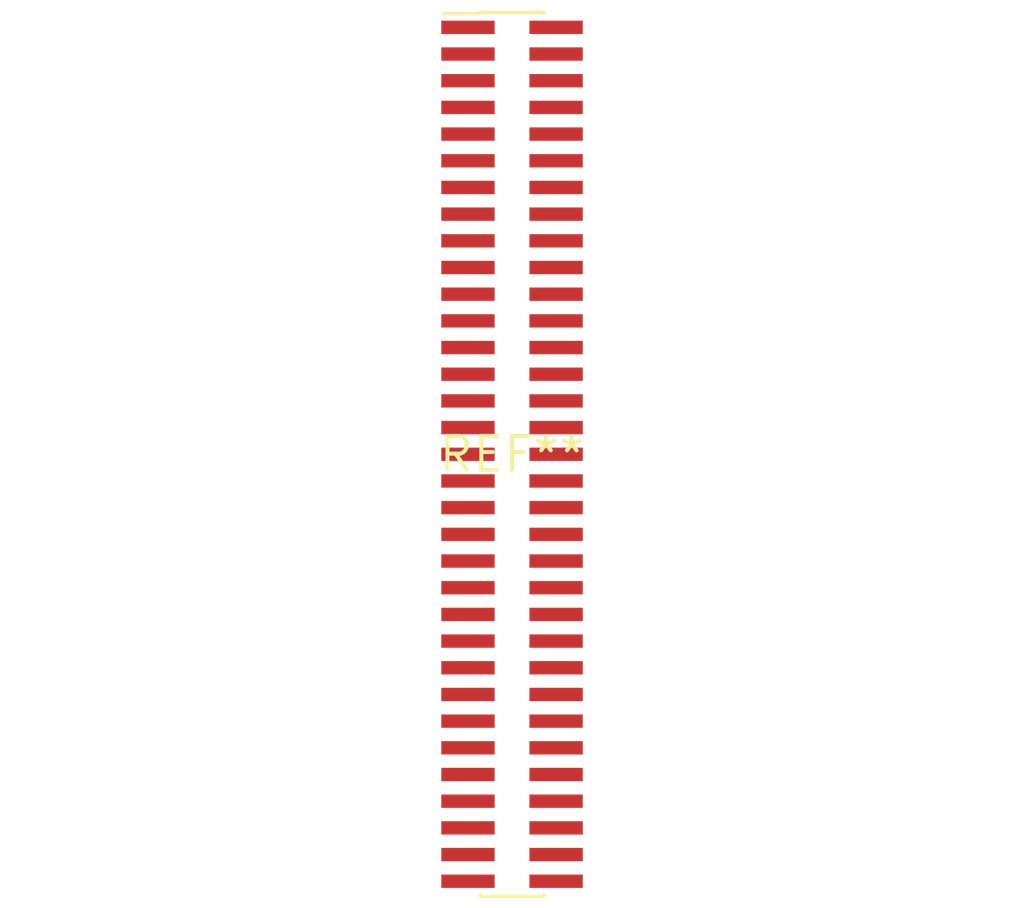
<source format=kicad_pcb>
(kicad_pcb (version 20240108) (generator pcbnew)
  (layers (0 "F.Cu" signal) (31 "B.Cu" signal) (34 "B.Paste" user) (35 "F.Paste" user) (36 "B.SilkS" user "B.Silkscreen") (37 "F.SilkS" user "F.Silkscreen") (38 "B.Mask" user) (39 "F.Mask" user) (44 "Edge.Cuts" user))
  (net 0 "")
  (footprint "PinHeader_2x33_P1.00mm_Vertical_SMD" (layer "F.Cu") (at 0 0)
    (property "Reference" "REF**")
    (property "Value" "PinHeader_2x33_P1.00mm_Vertical_SMD")
    (fp_line (start -2.59 -16.51) (end -1.21 -16.51) (layer "F.SilkS") (stroke (width 0.12)))
    (fp_line (start -1.21 -16.56) (end -1.21 -16.51) (layer "F.SilkS") (stroke (width 0.12)))
    (fp_line (start -1.21 -16.56) (end 1.21 -16.56) (layer "F.SilkS") (stroke (width 0.12)))
    (fp_line (start -1.21 16.51) (end -1.21 16.56) (layer "F.SilkS") (stroke (width 0.12)))
    (fp_line (start -1.21 16.56) (end 1.21 16.56) (layer "F.SilkS") (stroke (width 0.12)))
    (fp_line (start 1.21 -16.56) (end 1.21 -16.51) (layer "F.SilkS") (stroke (width 0.12)))
    (fp_line (start 1.21 16.51) (end 1.21 16.56) (layer "F.SilkS") (stroke (width 0.12)))
    (pad "1" smd rect (at -1.65 -16) (size 2 0.5) (layers "F.Cu" "F.Paste" "F.Mask"))
    (pad "2" smd rect (at 1.65 -16) (size 2 0.5) (layers "F.Cu" "F.Paste" "F.Mask"))
    (pad "3" smd rect (at -1.65 -15) (size 2 0.5) (layers "F.Cu" "F.Paste" "F.Mask"))
    (pad "4" smd rect (at 1.65 -15) (size 2 0.5) (layers "F.Cu" "F.Paste" "F.Mask"))
    (pad "5" smd rect (at -1.65 -14) (size 2 0.5) (layers "F.Cu" "F.Paste" "F.Mask"))
    (pad "6" smd rect (at 1.65 -14) (size 2 0.5) (layers "F.Cu" "F.Paste" "F.Mask"))
    (pad "7" smd rect (at -1.65 -13) (size 2 0.5) (layers "F.Cu" "F.Paste" "F.Mask"))
    (pad "8" smd rect (at 1.65 -13) (size 2 0.5) (layers "F.Cu" "F.Paste" "F.Mask"))
    (pad "9" smd rect (at -1.65 -12) (size 2 0.5) (layers "F.Cu" "F.Paste" "F.Mask"))
    (pad "10" smd rect (at 1.65 -12) (size 2 0.5) (layers "F.Cu" "F.Paste" "F.Mask"))
    (pad "11" smd rect (at -1.65 -11) (size 2 0.5) (layers "F.Cu" "F.Paste" "F.Mask"))
    (pad "12" smd rect (at 1.65 -11) (size 2 0.5) (layers "F.Cu" "F.Paste" "F.Mask"))
    (pad "13" smd rect (at -1.65 -10) (size 2 0.5) (layers "F.Cu" "F.Paste" "F.Mask"))
    (pad "14" smd rect (at 1.65 -10) (size 2 0.5) (layers "F.Cu" "F.Paste" "F.Mask"))
    (pad "15" smd rect (at -1.65 -9) (size 2 0.5) (layers "F.Cu" "F.Paste" "F.Mask"))
    (pad "16" smd rect (at 1.65 -9) (size 2 0.5) (layers "F.Cu" "F.Paste" "F.Mask"))
    (pad "17" smd rect (at -1.65 -8) (size 2 0.5) (layers "F.Cu" "F.Paste" "F.Mask"))
    (pad "18" smd rect (at 1.65 -8) (size 2 0.5) (layers "F.Cu" "F.Paste" "F.Mask"))
    (pad "19" smd rect (at -1.65 -7) (size 2 0.5) (layers "F.Cu" "F.Paste" "F.Mask"))
    (pad "20" smd rect (at 1.65 -7) (size 2 0.5) (layers "F.Cu" "F.Paste" "F.Mask"))
    (pad "21" smd rect (at -1.65 -6) (size 2 0.5) (layers "F.Cu" "F.Paste" "F.Mask"))
    (pad "22" smd rect (at 1.65 -6) (size 2 0.5) (layers "F.Cu" "F.Paste" "F.Mask"))
    (pad "23" smd rect (at -1.65 -5) (size 2 0.5) (layers "F.Cu" "F.Paste" "F.Mask"))
    (pad "24" smd rect (at 1.65 -5) (size 2 0.5) (layers "F.Cu" "F.Paste" "F.Mask"))
    (pad "25" smd rect (at -1.65 -4) (size 2 0.5) (layers "F.Cu" "F.Paste" "F.Mask"))
    (pad "26" smd rect (at 1.65 -4) (size 2 0.5) (layers "F.Cu" "F.Paste" "F.Mask"))
    (pad "27" smd rect (at -1.65 -3) (size 2 0.5) (layers "F.Cu" "F.Paste" "F.Mask"))
    (pad "28" smd rect (at 1.65 -3) (size 2 0.5) (layers "F.Cu" "F.Paste" "F.Mask"))
    (pad "29" smd rect (at -1.65 -2) (size 2 0.5) (layers "F.Cu" "F.Paste" "F.Mask"))
    (pad "30" smd rect (at 1.65 -2) (size 2 0.5) (layers "F.Cu" "F.Paste" "F.Mask"))
    (pad "31" smd rect (at -1.65 -1) (size 2 0.5) (layers "F.Cu" "F.Paste" "F.Mask"))
    (pad "32" smd rect (at 1.65 -1) (size 2 0.5) (layers "F.Cu" "F.Paste" "F.Mask"))
    (pad "33" smd rect (at -1.65 0) (size 2 0.5) (layers "F.Cu" "F.Paste" "F.Mask"))
    (pad "34" smd rect (at 1.65 0) (size 2 0.5) (layers "F.Cu" "F.Paste" "F.Mask"))
    (pad "35" smd rect (at -1.65 1) (size 2 0.5) (layers "F.Cu" "F.Paste" "F.Mask"))
    (pad "36" smd rect (at 1.65 1) (size 2 0.5) (layers "F.Cu" "F.Paste" "F.Mask"))
    (pad "37" smd rect (at -1.65 2) (size 2 0.5) (layers "F.Cu" "F.Paste" "F.Mask"))
    (pad "38" smd rect (at 1.65 2) (size 2 0.5) (layers "F.Cu" "F.Paste" "F.Mask"))
    (pad "39" smd rect (at -1.65 3) (size 2 0.5) (layers "F.Cu" "F.Paste" "F.Mask"))
    (pad "40" smd rect (at 1.65 3) (size 2 0.5) (layers "F.Cu" "F.Paste" "F.Mask"))
    (pad "41" smd rect (at -1.65 4) (size 2 0.5) (layers "F.Cu" "F.Paste" "F.Mask"))
    (pad "42" smd rect (at 1.65 4) (size 2 0.5) (layers "F.Cu" "F.Paste" "F.Mask"))
    (pad "43" smd rect (at -1.65 5) (size 2 0.5) (layers "F.Cu" "F.Paste" "F.Mask"))
    (pad "44" smd rect (at 1.65 5) (size 2 0.5) (layers "F.Cu" "F.Paste" "F.Mask"))
    (pad "45" smd rect (at -1.65 6) (size 2 0.5) (layers "F.Cu" "F.Paste" "F.Mask"))
    (pad "46" smd rect (at 1.65 6) (size 2 0.5) (layers "F.Cu" "F.Paste" "F.Mask"))
    (pad "47" smd rect (at -1.65 7) (size 2 0.5) (layers "F.Cu" "F.Paste" "F.Mask"))
    (pad "48" smd rect (at 1.65 7) (size 2 0.5) (layers "F.Cu" "F.Paste" "F.Mask"))
    (pad "49" smd rect (at -1.65 8) (size 2 0.5) (layers "F.Cu" "F.Paste" "F.Mask"))
    (pad "50" smd rect (at 1.65 8) (size 2 0.5) (layers "F.Cu" "F.Paste" "F.Mask"))
    (pad "51" smd rect (at -1.65 9) (size 2 0.5) (layers "F.Cu" "F.Paste" "F.Mask"))
    (pad "52" smd rect (at 1.65 9) (size 2 0.5) (layers "F.Cu" "F.Paste" "F.Mask"))
    (pad "53" smd rect (at -1.65 10) (size 2 0.5) (layers "F.Cu" "F.Paste" "F.Mask"))
    (pad "54" smd rect (at 1.65 10) (size 2 0.5) (layers "F.Cu" "F.Paste" "F.Mask"))
    (pad "55" smd rect (at -1.65 11) (size 2 0.5) (layers "F.Cu" "F.Paste" "F.Mask"))
    (pad "56" smd rect (at 1.65 11) (size 2 0.5) (layers "F.Cu" "F.Paste" "F.Mask"))
    (pad "57" smd rect (at -1.65 12) (size 2 0.5) (layers "F.Cu" "F.Paste" "F.Mask"))
    (pad "58" smd rect (at 1.65 12) (size 2 0.5) (layers "F.Cu" "F.Paste" "F.Mask"))
    (pad "59" smd rect (at -1.65 13) (size 2 0.5) (layers "F.Cu" "F.Paste" "F.Mask"))
    (pad "60" smd rect (at 1.65 13) (size 2 0.5) (layers "F.Cu" "F.Paste" "F.Mask"))
    (pad "61" smd rect (at -1.65 14) (size 2 0.5) (layers "F.Cu" "F.Paste" "F.Mask"))
    (pad "62" smd rect (at 1.65 14) (size 2 0.5) (layers "F.Cu" "F.Paste" "F.Mask"))
    (pad "63" smd rect (at -1.65 15) (size 2 0.5) (layers "F.Cu" "F.Paste" "F.Mask"))
    (pad "64" smd rect (at 1.65 15) (size 2 0.5) (layers "F.Cu" "F.Paste" "F.Mask"))
    (pad "65" smd rect (at -1.65 16) (size 2 0.5) (layers "F.Cu" "F.Paste" "F.Mask"))
    (pad "66" smd rect (at 1.65 16) (size 2 0.5) (layers "F.Cu" "F.Paste" "F.Mask"))
  )
)
</source>
